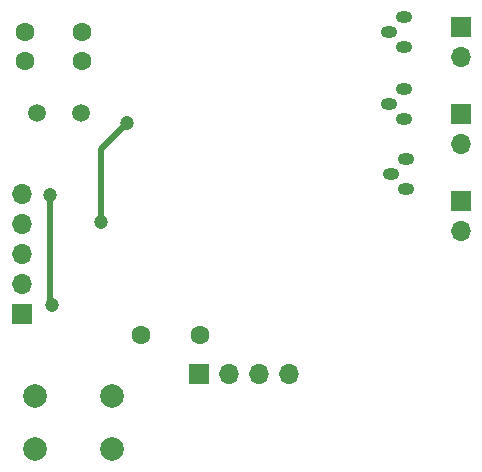
<source format=gbr>
G04 #@! TF.FileFunction,Copper,L1,Top,Signal*
%FSLAX46Y46*%
G04 Gerber Fmt 4.6, Leading zero omitted, Abs format (unit mm)*
G04 Created by KiCad (PCBNEW 4.0.7) date Fri Feb  9 23:36:38 2018*
%MOMM*%
%LPD*%
G01*
G04 APERTURE LIST*
%ADD10C,0.150000*%
%ADD11C,1.600000*%
%ADD12R,1.700000X1.700000*%
%ADD13O,1.700000X1.700000*%
%ADD14O,1.400000X1.000000*%
%ADD15C,2.000000*%
%ADD16C,1.500000*%
%ADD17C,1.200000*%
%ADD18C,0.500000*%
G04 APERTURE END LIST*
D10*
D11*
X104521000Y-64262000D03*
X99521000Y-64262000D03*
X89662000Y-38608000D03*
X89662000Y-41108000D03*
X94488000Y-38608000D03*
X94488000Y-41108000D03*
D12*
X104394000Y-67564000D03*
D13*
X106934000Y-67564000D03*
X109474000Y-67564000D03*
X112014000Y-67564000D03*
D12*
X89408000Y-62484000D03*
D13*
X89408000Y-59944000D03*
X89408000Y-57404000D03*
X89408000Y-54864000D03*
X89408000Y-52324000D03*
D12*
X126619000Y-38227000D03*
D13*
X126619000Y-40767000D03*
D12*
X126619000Y-45593000D03*
D13*
X126619000Y-48133000D03*
D12*
X126619000Y-52959000D03*
D13*
X126619000Y-55499000D03*
D14*
X120523000Y-38608000D03*
X121793000Y-37338000D03*
X121793000Y-39878000D03*
X120523000Y-44704000D03*
X121793000Y-43434000D03*
X121793000Y-45974000D03*
X120650000Y-50673000D03*
X121920000Y-49403000D03*
X121920000Y-51943000D03*
D15*
X97028000Y-69414000D03*
X97028000Y-73914000D03*
X90528000Y-69414000D03*
X90528000Y-73914000D03*
D16*
X90678000Y-45466000D03*
X94478000Y-45466000D03*
D17*
X96139000Y-54737000D03*
X98298000Y-46355000D03*
X91821000Y-52451000D03*
X91948000Y-61722000D03*
D18*
X96139000Y-48514000D02*
X96139000Y-54737000D01*
X98298000Y-46355000D02*
X96139000Y-48514000D01*
X91821000Y-61595000D02*
X91821000Y-52451000D01*
X91948000Y-61722000D02*
X91821000Y-61595000D01*
M02*

</source>
